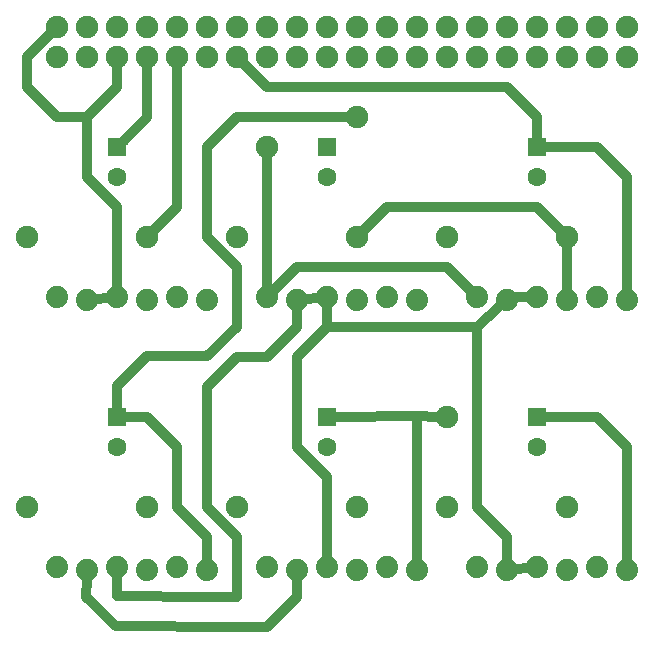
<source format=gtl>
G04 MADE WITH FRITZING*
G04 WWW.FRITZING.ORG*
G04 DOUBLE SIDED*
G04 HOLES PLATED*
G04 CONTOUR ON CENTER OF CONTOUR VECTOR*
%ASAXBY*%
%FSLAX23Y23*%
%MOIN*%
%OFA0B0*%
%SFA1.0B1.0*%
%ADD10C,0.075000*%
%ADD11C,0.062992*%
%ADD12C,0.074000*%
%ADD13C,0.074667*%
%ADD14C,0.074695*%
%ADD15C,0.075433*%
%ADD16R,0.062992X0.062992*%
%ADD17C,0.032000*%
%LNCOPPER1*%
G90*
G70*
G54D10*
X302Y1608D03*
X702Y1608D03*
G54D11*
X602Y1906D03*
X602Y1808D03*
G54D10*
X1002Y1608D03*
X1402Y1608D03*
G54D11*
X1302Y1906D03*
X1302Y1808D03*
G54D10*
X1702Y1608D03*
X2102Y1608D03*
G54D11*
X2002Y1906D03*
X2002Y1808D03*
G54D10*
X302Y708D03*
X702Y708D03*
G54D11*
X602Y1006D03*
X602Y908D03*
G54D10*
X1002Y708D03*
X1402Y708D03*
G54D11*
X1302Y1006D03*
X1302Y908D03*
G54D10*
X1702Y708D03*
X2102Y708D03*
G54D11*
X2002Y1006D03*
X2002Y908D03*
G54D12*
X902Y1398D03*
X802Y1408D03*
X702Y1398D03*
X602Y1408D03*
X502Y1398D03*
X402Y1408D03*
X1602Y1398D03*
X1502Y1408D03*
X1402Y1398D03*
X1302Y1408D03*
X1202Y1398D03*
X1102Y1408D03*
X2302Y1398D03*
X2202Y1408D03*
X2102Y1398D03*
X2002Y1408D03*
X1902Y1398D03*
X1802Y1408D03*
X902Y498D03*
X802Y508D03*
X702Y498D03*
X602Y508D03*
X502Y498D03*
X402Y508D03*
X1602Y498D03*
X1502Y508D03*
X1402Y498D03*
X1302Y508D03*
X1202Y498D03*
X1102Y508D03*
X2302Y498D03*
X2202Y508D03*
X2102Y498D03*
X2002Y508D03*
X1902Y498D03*
X1802Y508D03*
G54D13*
X402Y2208D03*
X502Y2208D03*
X602Y2208D03*
X702Y2208D03*
G54D14*
X802Y2208D03*
G54D13*
X902Y2208D03*
X1002Y2208D03*
X1102Y2208D03*
X1202Y2208D03*
G54D14*
X1302Y2208D03*
G54D13*
X1402Y2208D03*
G54D14*
X1502Y2208D03*
G54D13*
X1602Y2208D03*
X1702Y2208D03*
X1802Y2208D03*
X1902Y2208D03*
G54D14*
X2002Y2208D03*
G54D13*
X2102Y2208D03*
X2202Y2208D03*
X2302Y2208D03*
X2302Y2308D03*
X2202Y2308D03*
X2102Y2308D03*
G54D14*
X2002Y2308D03*
G54D13*
X1902Y2308D03*
X1802Y2308D03*
X1702Y2308D03*
X1602Y2308D03*
G54D14*
X1502Y2308D03*
G54D13*
X1402Y2308D03*
G54D14*
X1302Y2308D03*
G54D13*
X1202Y2308D03*
X1102Y2308D03*
X1002Y2308D03*
X902Y2308D03*
G54D14*
X802Y2308D03*
G54D13*
X702Y2308D03*
X602Y2308D03*
X502Y2308D03*
X402Y2308D03*
G54D15*
X1402Y2008D03*
X1702Y1008D03*
X1102Y1908D03*
G54D16*
X602Y1906D03*
X1302Y1906D03*
X2002Y1906D03*
X602Y1006D03*
X1302Y1006D03*
X2002Y1006D03*
G54D17*
X2102Y1579D02*
X2102Y1429D01*
D02*
X2202Y1906D02*
X2301Y1807D01*
D02*
X2029Y1906D02*
X2202Y1906D01*
D02*
X2301Y1807D02*
X2302Y1429D01*
D02*
X2002Y2008D02*
X1902Y2108D01*
D02*
X1902Y2108D02*
X1102Y2108D01*
D02*
X1102Y2108D02*
X1025Y2184D01*
D02*
X2002Y1933D02*
X2002Y2008D01*
D02*
X1202Y461D02*
X1202Y408D01*
D02*
X600Y309D02*
X500Y408D01*
D02*
X1001Y308D02*
X600Y309D01*
D02*
X1101Y308D02*
X1001Y308D01*
D02*
X500Y408D02*
X502Y467D01*
D02*
X2302Y908D02*
X2202Y1008D01*
D02*
X2202Y1008D02*
X2029Y1007D01*
D02*
X2302Y529D02*
X2302Y908D01*
D02*
X1902Y529D02*
X1902Y608D01*
D02*
X1802Y1308D02*
X1879Y1377D01*
D02*
X1302Y1377D02*
X1302Y1308D01*
D02*
X1302Y1308D02*
X1202Y1208D01*
D02*
X1202Y908D02*
X1302Y808D01*
D02*
X1202Y1208D02*
X1202Y908D01*
D02*
X1302Y808D02*
X1302Y539D01*
D02*
X1802Y1208D02*
X1802Y1308D01*
D02*
X1802Y708D02*
X1802Y1208D01*
D02*
X1902Y608D02*
X1802Y708D01*
D02*
X1271Y1405D02*
X1233Y1401D01*
D02*
X702Y2008D02*
X621Y1925D01*
D02*
X702Y2175D02*
X702Y2008D01*
D02*
X902Y535D02*
X902Y607D01*
D02*
X902Y607D02*
X802Y708D01*
D02*
X802Y708D02*
X802Y908D01*
D02*
X802Y908D02*
X702Y1008D01*
D02*
X702Y1008D02*
X634Y1007D01*
D02*
X1001Y2008D02*
X902Y1908D01*
D02*
X1368Y2008D02*
X1001Y2008D01*
D02*
X902Y1908D02*
X902Y1608D01*
D02*
X1001Y1508D02*
X1001Y1308D01*
D02*
X902Y1608D02*
X1001Y1508D01*
D02*
X1001Y1308D02*
X903Y1209D01*
D02*
X703Y1209D02*
X601Y1109D01*
D02*
X903Y1209D02*
X703Y1209D01*
D02*
X601Y1109D02*
X602Y1033D01*
D02*
X1329Y1007D02*
X1601Y1009D01*
D02*
X1601Y1009D02*
X1673Y1008D01*
D02*
X1602Y529D02*
X1601Y1009D01*
D02*
X1102Y1879D02*
X1102Y1439D01*
D02*
X1780Y1430D02*
X1702Y1508D01*
D02*
X1603Y1508D02*
X1202Y1508D01*
D02*
X1702Y1508D02*
X1603Y1508D01*
D02*
X1202Y1508D02*
X1102Y1408D01*
D02*
X1102Y1408D02*
X1127Y1427D01*
D02*
X602Y477D02*
X603Y409D01*
D02*
X603Y409D02*
X902Y408D01*
D02*
X1003Y507D02*
X1001Y608D01*
D02*
X1003Y408D02*
X1003Y507D01*
D02*
X902Y408D02*
X1003Y408D01*
D02*
X1001Y608D02*
X902Y708D01*
D02*
X902Y1108D02*
X1001Y1208D01*
D02*
X1102Y1208D02*
X1202Y1308D01*
D02*
X1001Y1208D02*
X1102Y1208D01*
D02*
X902Y708D02*
X902Y1108D01*
D02*
X1202Y1308D02*
X1202Y1367D01*
D02*
X1971Y1408D02*
X1932Y1408D01*
D02*
X1932Y1408D02*
X1932Y1408D01*
D02*
X533Y1401D02*
X571Y1405D01*
D02*
X603Y2107D02*
X501Y2007D01*
D02*
X602Y2176D02*
X603Y2107D01*
D02*
X501Y2007D02*
X502Y1808D01*
D02*
X603Y1707D02*
X602Y1439D01*
D02*
X502Y1808D02*
X603Y1707D01*
D02*
X379Y2285D02*
X302Y2208D01*
D02*
X302Y2208D02*
X302Y2107D01*
D02*
X401Y2007D02*
X501Y2007D01*
D02*
X302Y2107D02*
X401Y2007D01*
D02*
X603Y2107D02*
X602Y2176D01*
D02*
X501Y2007D02*
X603Y2107D01*
D02*
X2082Y1628D02*
X2002Y1707D01*
D02*
X2002Y1707D02*
X1802Y1707D01*
D02*
X1802Y1707D02*
X1503Y1707D01*
D02*
X1503Y1707D02*
X1422Y1628D01*
D02*
X802Y1707D02*
X802Y2176D01*
D02*
X722Y1628D02*
X802Y1707D01*
D02*
X1302Y1308D02*
X1302Y1377D01*
D02*
X1702Y1308D02*
X1302Y1308D01*
D02*
X1802Y1308D02*
X1702Y1308D01*
D02*
X1879Y1377D02*
X1802Y1308D01*
D02*
X1971Y505D02*
X1933Y501D01*
D02*
X1202Y408D02*
X1101Y308D01*
G04 End of Copper1*
M02*
</source>
